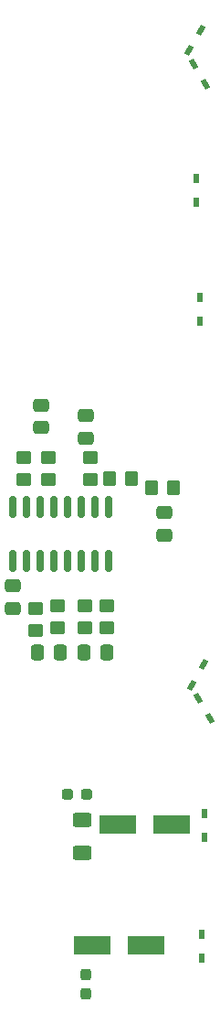
<source format=gbr>
%TF.GenerationSoftware,KiCad,Pcbnew,(6.0.2-0)*%
%TF.CreationDate,2022-07-30T11:22:51+02:00*%
%TF.ProjectId,blindeTaube,626c696e-6465-4546-9175-62652e6b6963,rev?*%
%TF.SameCoordinates,Original*%
%TF.FileFunction,Paste,Top*%
%TF.FilePolarity,Positive*%
%FSLAX46Y46*%
G04 Gerber Fmt 4.6, Leading zero omitted, Abs format (unit mm)*
G04 Created by KiCad (PCBNEW (6.0.2-0)) date 2022-07-30 11:22:51*
%MOMM*%
%LPD*%
G01*
G04 APERTURE LIST*
G04 Aperture macros list*
%AMRoundRect*
0 Rectangle with rounded corners*
0 $1 Rounding radius*
0 $2 $3 $4 $5 $6 $7 $8 $9 X,Y pos of 4 corners*
0 Add a 4 corners polygon primitive as box body*
4,1,4,$2,$3,$4,$5,$6,$7,$8,$9,$2,$3,0*
0 Add four circle primitives for the rounded corners*
1,1,$1+$1,$2,$3*
1,1,$1+$1,$4,$5*
1,1,$1+$1,$6,$7*
1,1,$1+$1,$8,$9*
0 Add four rect primitives between the rounded corners*
20,1,$1+$1,$2,$3,$4,$5,0*
20,1,$1+$1,$4,$5,$6,$7,0*
20,1,$1+$1,$6,$7,$8,$9,0*
20,1,$1+$1,$8,$9,$2,$3,0*%
%AMRotRect*
0 Rectangle, with rotation*
0 The origin of the aperture is its center*
0 $1 length*
0 $2 width*
0 $3 Rotation angle, in degrees counterclockwise*
0 Add horizontal line*
21,1,$1,$2,0,0,$3*%
G04 Aperture macros list end*
%ADD10RoundRect,0.250000X-0.475000X0.337500X-0.475000X-0.337500X0.475000X-0.337500X0.475000X0.337500X0*%
%ADD11RoundRect,0.250000X0.450000X-0.350000X0.450000X0.350000X-0.450000X0.350000X-0.450000X-0.350000X0*%
%ADD12R,0.500000X0.900000*%
%ADD13RotRect,0.900000X0.500000X240.000000*%
%ADD14RoundRect,0.150000X-0.150000X0.825000X-0.150000X-0.825000X0.150000X-0.825000X0.150000X0.825000X0*%
%ADD15R,3.500000X1.800000*%
%ADD16RoundRect,0.250000X-0.337500X-0.475000X0.337500X-0.475000X0.337500X0.475000X-0.337500X0.475000X0*%
%ADD17RoundRect,0.250000X-0.450000X0.350000X-0.450000X-0.350000X0.450000X-0.350000X0.450000X0.350000X0*%
%ADD18RoundRect,0.237500X-0.287500X-0.237500X0.287500X-0.237500X0.287500X0.237500X-0.287500X0.237500X0*%
%ADD19RoundRect,0.237500X-0.237500X0.287500X-0.237500X-0.287500X0.237500X-0.287500X0.237500X0.287500X0*%
%ADD20RoundRect,0.250000X-0.350000X-0.450000X0.350000X-0.450000X0.350000X0.450000X-0.350000X0.450000X0*%
%ADD21RotRect,0.900000X0.500000X300.000000*%
%ADD22RoundRect,0.250000X0.337500X0.475000X-0.337500X0.475000X-0.337500X-0.475000X0.337500X-0.475000X0*%
%ADD23RoundRect,0.250000X0.475000X-0.337500X0.475000X0.337500X-0.475000X0.337500X-0.475000X-0.337500X0*%
%ADD24RoundRect,0.250000X0.625000X-0.400000X0.625000X0.400000X-0.625000X0.400000X-0.625000X-0.400000X0*%
G04 APERTURE END LIST*
D10*
%TO.C,C4*%
X59690000Y-86592500D03*
X59690000Y-88667500D03*
%TD*%
%TO.C,C3*%
X63900000Y-87562500D03*
X63900000Y-89637500D03*
%TD*%
D11*
%TO.C,R46*%
X65850000Y-107172000D03*
X65850000Y-105172000D03*
%TD*%
D12*
%TO.C,D6*%
X74450000Y-76650000D03*
X74450000Y-78850000D03*
%TD*%
D13*
%TO.C,D3*%
X74832500Y-110607069D03*
X73732500Y-112512325D03*
%TD*%
D14*
%TO.C,U3*%
X65995000Y-96050000D03*
X64725000Y-96050000D03*
X63455000Y-96050000D03*
X62185000Y-96050000D03*
X60915000Y-96050000D03*
X59645000Y-96050000D03*
X58375000Y-96050000D03*
X57105000Y-96050000D03*
X57105000Y-101000000D03*
X58375000Y-101000000D03*
X59645000Y-101000000D03*
X60915000Y-101000000D03*
X62185000Y-101000000D03*
X63455000Y-101000000D03*
X64725000Y-101000000D03*
X65995000Y-101000000D03*
%TD*%
D15*
%TO.C,D10*%
X71850000Y-125400000D03*
X66850000Y-125400000D03*
%TD*%
D16*
%TO.C,C17*%
X63732500Y-109474000D03*
X65807500Y-109474000D03*
%TD*%
D17*
%TO.C,R16*%
X60375000Y-91450000D03*
X60375000Y-93450000D03*
%TD*%
%TO.C,R45*%
X59175000Y-105425000D03*
X59175000Y-107425000D03*
%TD*%
D11*
%TO.C,R9*%
X58075000Y-93450000D03*
X58075000Y-91450000D03*
%TD*%
D10*
%TO.C,C31*%
X71120000Y-96552500D03*
X71120000Y-98627500D03*
%TD*%
D12*
%TO.C,D5*%
X74100000Y-65600000D03*
X74100000Y-67800000D03*
%TD*%
D18*
%TO.C,L2*%
X62175000Y-122600000D03*
X63925000Y-122600000D03*
%TD*%
D19*
%TO.C,L1*%
X63900000Y-139325000D03*
X63900000Y-141075000D03*
%TD*%
D20*
%TO.C,R41*%
X70000000Y-94200000D03*
X72000000Y-94200000D03*
%TD*%
D21*
%TO.C,D2*%
X73900000Y-55014872D03*
X75000000Y-56920128D03*
%TD*%
%TO.C,D4*%
X74258210Y-113689872D03*
X75358210Y-115595128D03*
%TD*%
D12*
%TO.C,D7*%
X74900000Y-124350000D03*
X74900000Y-126550000D03*
%TD*%
D17*
%TO.C,R30*%
X61275000Y-105175000D03*
X61275000Y-107175000D03*
%TD*%
D13*
%TO.C,D1*%
X74507500Y-51897372D03*
X73407500Y-53802628D03*
%TD*%
D22*
%TO.C,C16*%
X61489500Y-109474000D03*
X59414500Y-109474000D03*
%TD*%
D17*
%TO.C,R38*%
X63754000Y-105172000D03*
X63754000Y-107172000D03*
%TD*%
D15*
%TO.C,D9*%
X69500000Y-136600000D03*
X64500000Y-136600000D03*
%TD*%
D11*
%TO.C,R15*%
X64262000Y-93456000D03*
X64262000Y-91456000D03*
%TD*%
D12*
%TO.C,D8*%
X74600000Y-135550000D03*
X74600000Y-137750000D03*
%TD*%
D20*
%TO.C,R1*%
X66100000Y-93410000D03*
X68100000Y-93410000D03*
%TD*%
D23*
%TO.C,C36*%
X57125000Y-105412500D03*
X57125000Y-103337500D03*
%TD*%
D24*
%TO.C,TH1*%
X63500000Y-128050000D03*
X63500000Y-124950000D03*
%TD*%
M02*

</source>
